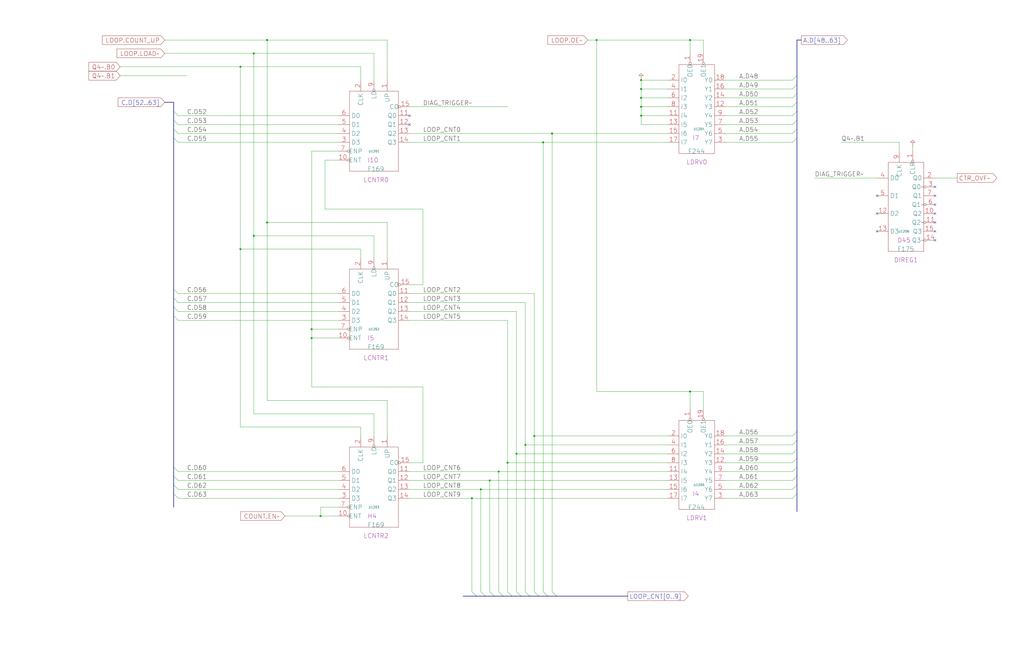
<source format=kicad_sch>
(kicad_sch (version 20250114) (generator "eeschema") (generator_version "9.0")
  (paper "User" 584.2 378.46)
  (title_block (title "COUNTER LOGIC") (date "22-MAR-90") (rev "1.0") (comment 1 "VALUE") (comment 2 "232-003063") (comment 3 "S400") (comment 4 "RELEASED"))
  (lib_symbols
    (symbol "r1000:F169" (pin_names (offset 1.016))
      (property "Reference" "U" (at 2.54 5.08 0))
      (property "Value" "F169" (at -1.27 -5.08 0))
      (property "Location" "___" (at -1.27 0 0))
      (property "Name" "______" (at 3.81 -12.7 0))
      (symbol "F169_1_1"
        (circle (center -12.065 5.08) (radius 0.635))
        (circle (center -12.065 0) (radius 0.635))
        (rectangle (start -11.43 39.37) (end 16.51 -6.35))
        (circle (center 2.54 40.005) (radius 0.635))
        (circle (center 17.145 30.48) (radius 0.635))
        (pin input line (at -17.78 25.4 0) (length 6.35) (name "D0") (number "6"))
        (pin input line (at -17.78 20.32 0) (length 6.35) (name "D1") (number "5"))
        (pin input line (at -17.78 15.24 0) (length 6.35) (name "D2") (number "4"))
        (pin input line (at -17.78 10.16 0) (length 6.35) (name "D3") (number "3"))
        (pin input line (at -17.78 5.08 0) (length 5.08) (name "ENP") (number "7"))
        (pin input line (at -17.78 0 0) (length 5.08) (name "ENT") (number "10"))
        (pin input line (at -5.08 45.72 270) (length 6.35) (name "CLK") (number "2"))
        (pin input line (at 2.54 45.72 270) (length 5.08) (name "LD") (number "9"))
        (pin input line (at 10.16 45.72 270) (length 6.35) (name "UP") (number "1"))
        (pin output line (at 22.86 30.48 180) (length 5.08) (name "CO") (number "15"))
        (pin output line (at 22.86 25.4 180) (length 6.35) (name "Q0") (number "11"))
        (pin output line (at 22.86 20.32 180) (length 6.35) (name "Q1") (number "12"))
        (pin output line (at 22.86 15.24 180) (length 6.35) (name "Q2") (number "13"))
        (pin output line (at 22.86 10.16 180) (length 6.35) (name "Q3") (number "14"))
      )
    )
    (symbol "r1000:F175" (pin_names (offset 1.016))
      (property "Reference" "U" (at 2.54 5.08 0))
      (property "Value" "F175" (at -1.27 -5.08 0))
      (property "Location" "___" (at -1.27 0 0))
      (property "Name" "______" (at 3.81 -12.7 0))
      (symbol "F175_1_1"
        (rectangle (start -6.35 44.45) (end 13.97 -6.35))
        (circle (center 7.62 45.085) (radius 0.635))
        (circle (center 14.605 30.48) (radius 0.635))
        (circle (center 14.605 20.32) (radius 0.635))
        (circle (center 14.605 10.16) (radius 0.635))
        (circle (center 14.605 0) (radius 0.635))
        (pin input line (at -12.7 35.56 0) (length 6.35) (name "D0") (number "4"))
        (pin input line (at -12.7 25.4 0) (length 6.35) (name "D1") (number "5"))
        (pin input line (at -12.7 15.24 0) (length 6.35) (name "D2") (number "12"))
        (pin input line (at -12.7 5.08 0) (length 6.35) (name "D3") (number "13"))
        (pin input line (at 0 50.8 270) (length 6.35) (name "CLK") (number "9"))
        (pin input line (at 7.62 50.8 270) (length 5.08) (name "CLR") (number "1"))
        (pin output line (at 20.32 35.56 180) (length 6.35) (name "Q0") (number "2"))
        (pin output line (at 20.32 30.48 180) (length 5.08) (name "Q0~") (number "3"))
        (pin output line (at 20.32 25.4 180) (length 6.35) (name "Q1") (number "7"))
        (pin output line (at 20.32 20.32 180) (length 5.08) (name "Q1~") (number "6"))
        (pin output line (at 20.32 15.24 180) (length 6.35) (name "Q2") (number "10"))
        (pin output line (at 20.32 10.16 180) (length 5.08) (name "Q2~") (number "11"))
        (pin output line (at 20.32 5.08 180) (length 6.35) (name "Q3") (number "15"))
        (pin output line (at 20.32 0 180) (length 5.08) (name "Q3~") (number "14"))
      )
    )
    (symbol "r1000:F244" (pin_names (offset 1.016))
      (property "Reference" "U" (at 2.54 5.08 0))
      (property "Value" "F244" (at -3.81 -7.62 0))
      (property "Location" "___" (at -1.27 0 0))
      (property "Name" "______" (at 1.27 -15.24 0))
      (symbol "F244_1_1"
        (rectangle (start -8.89 41.91) (end 11.43 -8.89))
        (circle (center -2.54 42.545) (radius 0.635))
        (circle (center 5.08 42.545) (radius 0.635))
        (pin input line (at -15.24 33.02 0) (length 6.35) (name "I0") (number "2"))
        (pin input line (at -15.24 27.94 0) (length 6.35) (name "I1") (number "4"))
        (pin input line (at -15.24 22.86 0) (length 6.35) (name "I2") (number "6"))
        (pin input line (at -15.24 17.78 0) (length 6.35) (name "I3") (number "8"))
        (pin input line (at -15.24 12.7 0) (length 6.35) (name "I4") (number "11"))
        (pin input line (at -15.24 7.62 0) (length 6.35) (name "I5") (number "13"))
        (pin input line (at -15.24 2.54 0) (length 6.35) (name "I6") (number "15"))
        (pin input line (at -15.24 -2.54 0) (length 6.35) (name "I7") (number "17"))
        (pin input line (at -2.54 48.26 270) (length 5.08) (name "OE0") (number "1"))
        (pin input line (at 5.08 48.26 270) (length 5.08) (name "OE1") (number "19"))
        (pin tri_state line (at 17.78 33.02 180) (length 6.35) (name "Y0") (number "18"))
        (pin tri_state line (at 17.78 27.94 180) (length 6.35) (name "Y1") (number "16"))
        (pin tri_state line (at 17.78 22.86 180) (length 6.35) (name "Y2") (number "14"))
        (pin tri_state line (at 17.78 17.78 180) (length 6.35) (name "Y3") (number "12"))
        (pin tri_state line (at 17.78 12.7 180) (length 6.35) (name "Y4") (number "9"))
        (pin tri_state line (at 17.78 7.62 180) (length 6.35) (name "Y5") (number "7"))
        (pin tri_state line (at 17.78 2.54 180) (length 6.35) (name "Y6") (number "5"))
        (pin tri_state line (at 17.78 -2.54 180) (length 6.35) (name "Y7") (number "3"))
      )
    )
    (symbol "r1000:PU" (power) (pin_numbers (hide yes)) (pin_names (hide yes))
      (symbol "PU_0_1"
        (polyline (pts (xy 0 2.54) (xy -1.27 2.54) (xy 0 3.81) (xy 1.27 2.54) (xy 0 2.54)) (stroke (width 0.1524)))
      )
      (symbol "PU_1_1"
        (pin power_in line (at 0 0 90) (length 2.54) (name "PU") (number "1"))
      )
    )
  )
  (junction (at 289.56 264.16))
  (junction (at 365.76 55.88))
  (junction (at 177.8 187.96))
  (junction (at 365.76 60.96))
  (junction (at 182.88 294.64))
  (junction (at 365.76 45.72))
  (junction (at 393.7 223.52))
  (junction (at 284.48 269.24))
  (junction (at 144.78 30.48))
  (junction (at 144.78 134.62))
  (junction (at 340.36 22.86))
  (junction (at 365.76 66.04))
  (junction (at 177.8 193.04))
  (junction (at 294.64 259.08))
  (junction (at 304.8 248.92))
  (junction (at 274.32 279.4))
  (junction (at 269.24 284.48))
  (junction (at 137.16 142.24))
  (junction (at 393.7 22.86))
  (junction (at 299.72 254))
  (junction (at 365.76 50.8))
  (junction (at 309.88 81.28))
  (junction (at 314.96 76.2))
  (junction (at 279.4 274.32))
  (junction (at 152.4 22.86))
  (junction (at 152.4 127))
  (junction (at 137.16 38.1))
  (no_connect (at 533.4 111.76))
  (no_connect (at 500.38 111.76))
  (no_connect (at 533.4 116.84))
  (no_connect (at 533.4 121.92))
  (no_connect (at 533.4 137.16))
  (no_connect (at 533.4 132.08))
  (no_connect (at 533.4 106.68))
  (no_connect (at 500.38 132.08))
  (no_connect (at 500.38 121.92))
  (no_connect (at 533.4 127))
  (no_connect (at 233.68 71.12))
  (no_connect (at 233.68 66.04))
  (bus_entry (at 279.4 337.82) (size 2.54 2.54))
  (bus_entry (at 284.48 337.82) (size 2.54 2.54))
  (bus_entry (at 454.66 256.54) (size -2.54 2.54))
  (bus_entry (at 99.06 170.18) (size 2.54 2.54))
  (bus_entry (at 454.66 266.7) (size -2.54 2.54))
  (bus_entry (at 99.06 266.7) (size 2.54 2.54))
  (bus_entry (at 269.24 337.82) (size 2.54 2.54))
  (bus_entry (at 99.06 180.34) (size 2.54 2.54))
  (bus_entry (at 99.06 175.26) (size 2.54 2.54))
  (bus_entry (at 454.66 43.18) (size -2.54 2.54))
  (bus_entry (at 99.06 73.66) (size 2.54 2.54))
  (bus_entry (at 314.96 337.82) (size 2.54 2.54))
  (bus_entry (at 454.66 53.34) (size -2.54 2.54))
  (bus_entry (at 99.06 78.74) (size 2.54 2.54))
  (bus_entry (at 299.72 337.82) (size 2.54 2.54))
  (bus_entry (at 454.66 276.86) (size -2.54 2.54))
  (bus_entry (at 274.32 337.82) (size 2.54 2.54))
  (bus_entry (at 454.66 68.58) (size -2.54 2.54))
  (bus_entry (at 99.06 271.78) (size 2.54 2.54))
  (bus_entry (at 454.66 78.74) (size -2.54 2.54))
  (bus_entry (at 304.8 337.82) (size 2.54 2.54))
  (bus_entry (at 454.66 63.5) (size -2.54 2.54))
  (bus_entry (at 454.66 251.46) (size -2.54 2.54))
  (bus_entry (at 454.66 58.42) (size -2.54 2.54))
  (bus_entry (at 99.06 68.58) (size 2.54 2.54))
  (bus_entry (at 454.66 246.38) (size -2.54 2.54))
  (bus_entry (at 99.06 276.86) (size 2.54 2.54))
  (bus_entry (at 454.66 271.78) (size -2.54 2.54))
  (bus_entry (at 294.64 337.82) (size 2.54 2.54))
  (bus_entry (at 454.66 281.94) (size -2.54 2.54))
  (bus_entry (at 454.66 261.62) (size -2.54 2.54))
  (bus_entry (at 454.66 48.26) (size -2.54 2.54))
  (bus_entry (at 99.06 281.94) (size 2.54 2.54))
  (bus_entry (at 99.06 165.1) (size 2.54 2.54))
  (bus_entry (at 454.66 73.66) (size -2.54 2.54))
  (bus_entry (at 289.56 337.82) (size 2.54 2.54))
  (bus_entry (at 99.06 63.5) (size 2.54 2.54))
  (bus_entry (at 309.88 337.82) (size 2.54 2.54))
  (wire (pts (xy 365.76 50.8) (xy 365.76 45.72)))
  (wire (pts (xy 241.3 220.98) (xy 177.8 220.98)))
  (wire (pts (xy 177.8 86.36) (xy 193.04 86.36)))
  (wire (pts (xy 233.68 284.48) (xy 269.24 284.48)))
  (bus (pts (xy 454.66 246.38) (xy 454.66 251.46)))
  (wire (pts (xy 289.56 264.16) (xy 381 264.16)))
  (wire (pts (xy 152.4 127) (xy 152.4 22.86)))
  (wire (pts (xy 101.6 66.04) (xy 193.04 66.04)))
  (wire (pts (xy 269.24 284.48) (xy 269.24 337.82)))
  (bus (pts (xy 312.42 340.36) (xy 317.5 340.36)))
  (wire (pts (xy 381 71.12) (xy 365.76 71.12)))
  (wire (pts (xy 393.7 22.86) (xy 393.7 30.48)))
  (wire (pts (xy 365.76 60.96) (xy 365.76 55.88)))
  (wire (pts (xy 414.02 279.4) (xy 452.12 279.4)))
  (wire (pts (xy 314.96 76.2) (xy 314.96 337.82)))
  (wire (pts (xy 233.68 81.28) (xy 309.88 81.28)))
  (wire (pts (xy 414.02 284.48) (xy 452.12 284.48)))
  (wire (pts (xy 414.02 55.88) (xy 452.12 55.88)))
  (wire (pts (xy 314.96 76.2) (xy 381 76.2)))
  (wire (pts (xy 213.36 30.48) (xy 213.36 45.72)))
  (bus (pts (xy 454.66 48.26) (xy 454.66 53.34)))
  (wire (pts (xy 220.98 147.32) (xy 220.98 127)))
  (wire (pts (xy 144.78 236.22) (xy 144.78 134.62)))
  (bus (pts (xy 454.66 58.42) (xy 454.66 63.5)))
  (wire (pts (xy 520.7 83.82) (xy 520.7 86.36)))
  (wire (pts (xy 185.42 119.38) (xy 241.3 119.38)))
  (wire (pts (xy 289.56 182.88) (xy 289.56 264.16)))
  (bus (pts (xy 99.06 73.66) (xy 99.06 78.74)))
  (wire (pts (xy 177.8 187.96) (xy 177.8 86.36)))
  (bus (pts (xy 302.26 340.36) (xy 307.34 340.36)))
  (wire (pts (xy 144.78 30.48) (xy 213.36 30.48)))
  (wire (pts (xy 205.74 147.32) (xy 205.74 142.24)))
  (wire (pts (xy 213.36 147.32) (xy 213.36 134.62)))
  (wire (pts (xy 533.4 101.6) (xy 546.1 101.6)))
  (wire (pts (xy 233.68 264.16) (xy 241.3 264.16)))
  (bus (pts (xy 454.66 63.5) (xy 454.66 68.58)))
  (bus (pts (xy 307.34 340.36) (xy 312.42 340.36)))
  (bus (pts (xy 99.06 271.78) (xy 99.06 276.86)))
  (bus (pts (xy 99.06 281.94) (xy 99.06 289.56)))
  (wire (pts (xy 233.68 167.64) (xy 304.8 167.64)))
  (bus (pts (xy 281.94 340.36) (xy 287.02 340.36)))
  (wire (pts (xy 101.6 76.2) (xy 193.04 76.2)))
  (bus (pts (xy 292.1 340.36) (xy 297.18 340.36)))
  (bus (pts (xy 454.66 271.78) (xy 454.66 276.86)))
  (bus (pts (xy 454.66 22.86) (xy 457.2 22.86)))
  (wire (pts (xy 365.76 55.88) (xy 381 55.88)))
  (wire (pts (xy 93.98 30.48) (xy 144.78 30.48)))
  (bus (pts (xy 454.66 22.86) (xy 454.66 43.18)))
  (bus (pts (xy 99.06 276.86) (xy 99.06 281.94)))
  (bus (pts (xy 454.66 78.74) (xy 454.66 246.38)))
  (bus (pts (xy 271.78 340.36) (xy 276.86 340.36)))
  (wire (pts (xy 68.58 43.18) (xy 106.68 43.18)))
  (wire (pts (xy 414.02 259.08) (xy 452.12 259.08)))
  (wire (pts (xy 162.56 294.64) (xy 182.88 294.64)))
  (wire (pts (xy 220.98 248.92) (xy 220.98 228.6)))
  (bus (pts (xy 454.66 276.86) (xy 454.66 281.94)))
  (wire (pts (xy 233.68 269.24) (xy 284.48 269.24)))
  (wire (pts (xy 177.8 220.98) (xy 177.8 193.04)))
  (wire (pts (xy 340.36 223.52) (xy 393.7 223.52)))
  (bus (pts (xy 454.66 251.46) (xy 454.66 256.54)))
  (wire (pts (xy 152.4 22.86) (xy 220.98 22.86)))
  (bus (pts (xy 287.02 340.36) (xy 292.1 340.36)))
  (wire (pts (xy 414.02 274.32) (xy 452.12 274.32)))
  (wire (pts (xy 177.8 187.96) (xy 193.04 187.96)))
  (wire (pts (xy 309.88 81.28) (xy 381 81.28)))
  (wire (pts (xy 101.6 167.64) (xy 193.04 167.64)))
  (wire (pts (xy 152.4 127) (xy 220.98 127)))
  (wire (pts (xy 294.64 259.08) (xy 294.64 177.8)))
  (wire (pts (xy 304.8 248.92) (xy 381 248.92)))
  (wire (pts (xy 274.32 279.4) (xy 274.32 337.82)))
  (wire (pts (xy 393.7 22.86) (xy 401.32 22.86)))
  (bus (pts (xy 454.66 68.58) (xy 454.66 73.66)))
  (bus (pts (xy 99.06 63.5) (xy 99.06 68.58)))
  (wire (pts (xy 340.36 22.86) (xy 393.7 22.86)))
  (bus (pts (xy 99.06 266.7) (xy 99.06 271.78)))
  (wire (pts (xy 233.68 76.2) (xy 314.96 76.2)))
  (wire (pts (xy 144.78 134.62) (xy 144.78 30.48)))
  (wire (pts (xy 294.64 259.08) (xy 381 259.08)))
  (wire (pts (xy 401.32 22.86) (xy 401.32 30.48)))
  (wire (pts (xy 182.88 294.64) (xy 193.04 294.64)))
  (wire (pts (xy 274.32 279.4) (xy 381 279.4)))
  (wire (pts (xy 365.76 60.96) (xy 381 60.96)))
  (wire (pts (xy 414.02 71.12) (xy 452.12 71.12)))
  (wire (pts (xy 365.76 55.88) (xy 365.76 50.8)))
  (bus (pts (xy 454.66 53.34) (xy 454.66 58.42)))
  (wire (pts (xy 284.48 269.24) (xy 381 269.24)))
  (wire (pts (xy 233.68 172.72) (xy 299.72 172.72)))
  (bus (pts (xy 454.66 266.7) (xy 454.66 271.78)))
  (wire (pts (xy 205.74 243.84) (xy 137.16 243.84)))
  (wire (pts (xy 213.36 236.22) (xy 144.78 236.22)))
  (wire (pts (xy 137.16 38.1) (xy 205.74 38.1)))
  (wire (pts (xy 241.3 264.16) (xy 241.3 220.98)))
  (wire (pts (xy 177.8 193.04) (xy 193.04 193.04)))
  (wire (pts (xy 213.36 248.92) (xy 213.36 236.22)))
  (wire (pts (xy 241.3 162.56) (xy 233.68 162.56)))
  (wire (pts (xy 101.6 274.32) (xy 193.04 274.32)))
  (bus (pts (xy 99.06 170.18) (xy 99.06 175.26)))
  (wire (pts (xy 182.88 289.56) (xy 182.88 294.64)))
  (wire (pts (xy 365.76 71.12) (xy 365.76 66.04)))
  (wire (pts (xy 177.8 193.04) (xy 177.8 187.96)))
  (wire (pts (xy 101.6 279.4) (xy 193.04 279.4)))
  (bus (pts (xy 99.06 175.26) (xy 99.06 180.34)))
  (wire (pts (xy 137.16 243.84) (xy 137.16 142.24)))
  (wire (pts (xy 193.04 289.56) (xy 182.88 289.56)))
  (bus (pts (xy 454.66 73.66) (xy 454.66 78.74)))
  (bus (pts (xy 99.06 78.74) (xy 99.06 165.1)))
  (wire (pts (xy 185.42 91.44) (xy 185.42 119.38)))
  (wire (pts (xy 101.6 71.12) (xy 193.04 71.12)))
  (wire (pts (xy 414.02 50.8) (xy 452.12 50.8)))
  (wire (pts (xy 284.48 269.24) (xy 284.48 337.82)))
  (wire (pts (xy 414.02 45.72) (xy 452.12 45.72)))
  (wire (pts (xy 233.68 274.32) (xy 279.4 274.32)))
  (wire (pts (xy 101.6 172.72) (xy 193.04 172.72)))
  (bus (pts (xy 454.66 261.62) (xy 454.66 266.7)))
  (bus (pts (xy 454.66 256.54) (xy 454.66 261.62)))
  (wire (pts (xy 220.98 228.6) (xy 152.4 228.6)))
  (wire (pts (xy 101.6 81.28) (xy 193.04 81.28)))
  (bus (pts (xy 454.66 43.18) (xy 454.66 48.26)))
  (wire (pts (xy 205.74 248.92) (xy 205.74 243.84)))
  (wire (pts (xy 414.02 81.28) (xy 452.12 81.28)))
  (wire (pts (xy 365.76 66.04) (xy 381 66.04)))
  (wire (pts (xy 401.32 223.52) (xy 401.32 233.68)))
  (wire (pts (xy 414.02 269.24) (xy 452.12 269.24)))
  (wire (pts (xy 365.76 66.04) (xy 365.76 60.96)))
  (wire (pts (xy 414.02 60.96) (xy 452.12 60.96)))
  (wire (pts (xy 101.6 182.88) (xy 193.04 182.88)))
  (wire (pts (xy 241.3 119.38) (xy 241.3 162.56)))
  (wire (pts (xy 289.56 337.82) (xy 289.56 264.16)))
  (wire (pts (xy 193.04 91.44) (xy 185.42 91.44)))
  (wire (pts (xy 101.6 269.24) (xy 193.04 269.24)))
  (wire (pts (xy 279.4 274.32) (xy 279.4 337.82)))
  (bus (pts (xy 454.66 281.94) (xy 454.66 292.1)))
  (wire (pts (xy 414.02 264.16) (xy 452.12 264.16)))
  (wire (pts (xy 414.02 66.04) (xy 452.12 66.04)))
  (bus (pts (xy 93.98 58.42) (xy 99.06 58.42)))
  (wire (pts (xy 279.4 274.32) (xy 381 274.32)))
  (wire (pts (xy 68.58 38.1) (xy 137.16 38.1)))
  (wire (pts (xy 220.98 22.86) (xy 220.98 45.72)))
  (wire (pts (xy 93.98 22.86) (xy 152.4 22.86)))
  (wire (pts (xy 152.4 228.6) (xy 152.4 127)))
  (wire (pts (xy 101.6 284.48) (xy 193.04 284.48)))
  (wire (pts (xy 464.82 101.6) (xy 500.38 101.6)))
  (wire (pts (xy 101.6 177.8) (xy 193.04 177.8)))
  (wire (pts (xy 513.08 81.28) (xy 513.08 86.36)))
  (wire (pts (xy 137.16 142.24) (xy 137.16 38.1)))
  (wire (pts (xy 294.64 337.82) (xy 294.64 259.08)))
  (wire (pts (xy 233.68 182.88) (xy 289.56 182.88)))
  (wire (pts (xy 365.76 45.72) (xy 381 45.72)))
  (bus (pts (xy 297.18 340.36) (xy 302.26 340.36)))
  (wire (pts (xy 414.02 254) (xy 452.12 254)))
  (bus (pts (xy 276.86 340.36) (xy 281.94 340.36)))
  (bus (pts (xy 99.06 165.1) (xy 99.06 170.18)))
  (wire (pts (xy 309.88 81.28) (xy 309.88 337.82)))
  (wire (pts (xy 299.72 337.82) (xy 299.72 254)))
  (wire (pts (xy 299.72 172.72) (xy 299.72 254)))
  (wire (pts (xy 269.24 284.48) (xy 381 284.48)))
  (wire (pts (xy 304.8 337.82) (xy 304.8 248.92)))
  (bus (pts (xy 264.16 340.36) (xy 271.78 340.36)))
  (wire (pts (xy 233.68 279.4) (xy 274.32 279.4)))
  (wire (pts (xy 414.02 248.92) (xy 452.12 248.92)))
  (wire (pts (xy 393.7 223.52) (xy 393.7 233.68)))
  (wire (pts (xy 414.02 76.2) (xy 452.12 76.2)))
  (wire (pts (xy 294.64 177.8) (xy 233.68 177.8)))
  (bus (pts (xy 99.06 180.34) (xy 99.06 266.7)))
  (wire (pts (xy 393.7 223.52) (xy 401.32 223.52)))
  (wire (pts (xy 480.06 81.28) (xy 513.08 81.28)))
  (wire (pts (xy 233.68 60.96) (xy 289.56 60.96)))
  (wire (pts (xy 299.72 254) (xy 381 254)))
  (bus (pts (xy 99.06 58.42) (xy 99.06 63.5)))
  (wire (pts (xy 304.8 167.64) (xy 304.8 248.92)))
  (wire (pts (xy 205.74 38.1) (xy 205.74 45.72)))
  (bus (pts (xy 99.06 68.58) (xy 99.06 73.66)))
  (wire (pts (xy 144.78 134.62) (xy 213.36 134.62)))
  (wire (pts (xy 137.16 142.24) (xy 205.74 142.24)))
  (wire (pts (xy 340.36 22.86) (xy 340.36 223.52)))
  (wire (pts (xy 335.28 22.86) (xy 340.36 22.86)))
  (bus (pts (xy 317.5 340.36) (xy 358.14 340.36)))
  (wire (pts (xy 365.76 50.8) (xy 381 50.8)))
  (label "C.D59" (at 106.68 182.88 0) (effects (font (size 2.54 2.54))))
  (label "LOOP_CNT2" (at 241.3 167.64 0) (effects (font (size 2.54 2.54))))
  (label "A.D48" (at 421.64 45.72 0) (effects (font (size 2.54 2.54))))
  (label "C.D61" (at 106.68 274.32 0) (effects (font (size 2.54 2.54))))
  (label "A.D57" (at 421.64 254 0) (effects (font (size 2.54 2.54))))
  (label "C.D56" (at 106.68 167.64 0) (effects (font (size 2.54 2.54))))
  (label "LOOP_CNT7" (at 241.3 274.32 0) (effects (font (size 2.54 2.54))))
  (label "C.D60" (at 106.68 269.24 0) (effects (font (size 2.54 2.54))))
  (label "LOOP_CNT9" (at 241.3 284.48 0) (effects (font (size 2.54 2.54))))
  (label "A.D49" (at 421.64 50.8 0) (effects (font (size 2.54 2.54))))
  (label "C.D63" (at 106.68 284.48 0) (effects (font (size 2.54 2.54))))
  (label "DIAG_TRIGGER~" (at 241.3 60.96 0) (effects (font (size 2.54 2.54))))
  (label "A.D51" (at 421.64 60.96 0) (effects (font (size 2.54 2.54))))
  (label "C.D55" (at 106.68 81.28 0) (effects (font (size 2.54 2.54))))
  (label "C.D58" (at 106.68 177.8 0) (effects (font (size 2.54 2.54))))
  (label "DIAG_TRIGGER~" (at 464.82 101.6 0) (effects (font (size 2.54 2.54))))
  (label "C.D52" (at 106.68 66.04 0) (effects (font (size 2.54 2.54))))
  (label "Q4~.B1" (at 480.06 81.28 0) (effects (font (size 2.54 2.54))))
  (label "C.D62" (at 106.68 279.4 0) (effects (font (size 2.54 2.54))))
  (label "A.D56" (at 421.64 248.92 0) (effects (font (size 2.54 2.54))))
  (label "LOOP_CNT0" (at 241.3 76.2 0) (effects (font (size 2.54 2.54))))
  (label "C.D57" (at 106.68 172.72 0) (effects (font (size 2.54 2.54))))
  (label "A.D53" (at 421.64 71.12 0) (effects (font (size 2.54 2.54))))
  (label "A.D59" (at 421.64 264.16 0) (effects (font (size 2.54 2.54))))
  (label "LOOP_CNT6" (at 241.3 269.24 0) (effects (font (size 2.54 2.54))))
  (label "LOOP_CNT5" (at 241.3 182.88 0) (effects (font (size 2.54 2.54))))
  (label "A.D62" (at 421.64 279.4 0) (effects (font (size 2.54 2.54))))
  (label "A.D54" (at 421.64 76.2 0) (effects (font (size 2.54 2.54))))
  (label "LOOP_CNT4" (at 241.3 177.8 0) (effects (font (size 2.54 2.54))))
  (label "A.D63" (at 421.64 284.48 0) (effects (font (size 2.54 2.54))))
  (label "C.D53" (at 106.68 71.12 0) (effects (font (size 2.54 2.54))))
  (label "LOOP_CNT1" (at 241.3 81.28 0) (effects (font (size 2.54 2.54))))
  (label "A.D52" (at 421.64 66.04 0) (effects (font (size 2.54 2.54))))
  (label "A.D61" (at 421.64 274.32 0) (effects (font (size 2.54 2.54))))
  (label "LOOP_CNT3" (at 241.3 172.72 0) (effects (font (size 2.54 2.54))))
  (label "C.D54" (at 106.68 76.2 0) (effects (font (size 2.54 2.54))))
  (label "A.D55" (at 421.64 81.28 0) (effects (font (size 2.54 2.54))))
  (label "LOOP_CNT8" (at 241.3 279.4 0) (effects (font (size 2.54 2.54))))
  (label "A.D58" (at 421.64 259.08 0) (effects (font (size 2.54 2.54))))
  (label "A.D50" (at 421.64 55.88 0) (effects (font (size 2.54 2.54))))
  (label "A.D60" (at 421.64 269.24 0) (effects (font (size 2.54 2.54))))
  (global_label "LOOP.OE~" (shape input) (at 335.28 22.86 180) (effects (font (size 2.54 2.54))) (property "Intersheetrefs" "${INTERSHEET_REFS}" (at 312.553 22.7013 0) (effects (font (size 1.905 1.905)) (justify right))))
  (global_label "LOOP.COUNT_UP" (shape input) (at 93.98 22.86 180) (effects (font (size 2.54 2.54))) (property "Intersheetrefs" "${INTERSHEET_REFS}" (at 58.4321 22.7013 0) (effects (font (size 1.905 1.905)) (justify right))))
  (global_label "Q4~.B0" (shape input) (at 68.58 38.1 180) (effects (font (size 2.54 2.54))) (property "Intersheetrefs" "${INTERSHEET_REFS}" (at 50.6911 37.9413 0) (effects (font (size 1.905 1.905)) (justify right))))
  (global_label "A.D[48..63]" (shape output) (at 457.2 22.86 0) (effects (font (size 2.54 2.54))) (property "Intersheetrefs" "${INTERSHEET_REFS}" (at 483.4346 22.7013 0) (effects (font (size 1.905 1.905)) (justify left))))
  (global_label "C.D[52..63]" (shape input) (at 93.98 58.42 180) (effects (font (size 2.54 2.54))) (property "Intersheetrefs" "${INTERSHEET_REFS}" (at 67.3826 58.2613 0) (effects (font (size 1.905 1.905)) (justify right))))
  (global_label "Q4~.B1" (shape input) (at 68.58 43.18 180) (effects (font (size 2.54 2.54))) (property "Intersheetrefs" "${INTERSHEET_REFS}" (at 50.6911 43.0213 0) (effects (font (size 1.905 1.905)) (justify right))))
  (global_label "COUNT.EN~" (shape input) (at 162.56 294.64 180) (effects (font (size 2.54 2.54))) (property "Intersheetrefs" "${INTERSHEET_REFS}" (at 137.293 294.4813 0) (effects (font (size 1.905 1.905)) (justify right))))
  (global_label "LOOP_CNT[0..9]" (shape output) (at 358.14 340.36 0) (effects (font (size 2.54 2.54))) (property "Intersheetrefs" "${INTERSHEET_REFS}" (at 392.5993 340.2013 0) (effects (font (size 1.905 1.905)) (justify left))))
  (global_label "CTR_OVF~" (shape output) (at 546.1 101.6 0) (effects (font (size 2.54 2.54))) (property "Intersheetrefs" "${INTERSHEET_REFS}" (at 568.706 101.4413 0) (effects (font (size 1.905 1.905)) (justify left))))
  (global_label "LOOP.LOAD~" (shape input) (at 93.98 30.48 180) (effects (font (size 2.54 2.54))) (property "Intersheetrefs" "${INTERSHEET_REFS}" (at 66.7778 30.3213 0) (effects (font (size 1.905 1.905)) (justify right))))
  (symbol (lib_id "r1000:F169") (at 210.82 294.64 0) (unit 1)
    (property "Reference" "U1203" (at 213.36 289.56 0))
    (property "Value" "F169" (at 209.55 299.72 0) (effects (font (size 2.54 2.54)) (justify left)))
    (property "Location" "H4" (at 209.55 294.64 0) (effects (font (size 2.54 2.54)) (justify left)))
    (property "Name" "LCNTR2" (at 214.63 307.34 0) (effects (font (size 2.54 2.54)) (justify bottom)))
  )
  (symbol (lib_id "r1000:PU") (at 365.76 45.72 0) (unit 1)
    (property "Reference" "#PWR01201" (effects (hide yes)))
    (property "Value" "PU" (effects (hide yes)))
  )
  (symbol (lib_id "r1000:F169") (at 210.82 193.04 0) (unit 1)
    (property "Reference" "U1202" (at 213.36 187.96 0))
    (property "Value" "F169" (at 209.55 198.12 0) (effects (font (size 2.54 2.54)) (justify left)))
    (property "Location" "I5" (at 209.55 193.04 0) (effects (font (size 2.54 2.54)) (justify left)))
    (property "Name" "LCNTR1" (at 214.63 205.74 0) (effects (font (size 2.54 2.54)) (justify bottom)))
  )
  (symbol (lib_id "r1000:F175") (at 513.08 137.16 0) (unit 1)
    (property "Reference" "U1206" (at 515.62 132.08 0))
    (property "Value" "F175" (at 511.81 142.24 0) (effects (font (size 2.54 2.54)) (justify left)))
    (property "Location" "D45" (at 511.81 137.16 0) (effects (font (size 2.54 2.54)) (justify left)))
    (property "Name" "DIREG1" (at 516.89 149.86 0) (effects (font (size 2.54 2.54)) (justify bottom)))
  )
  (symbol (lib_id "r1000:F244") (at 396.24 78.74 0) (unit 1)
    (property "Reference" "U1204" (at 398.78 73.66 0))
    (property "Value" "F244" (at 392.43 86.36 0) (effects (font (size 2.54 2.54)) (justify left)))
    (property "Location" "I7" (at 394.97 78.74 0) (effects (font (size 2.54 2.54)) (justify left)))
    (property "Name" "LDRV0" (at 397.51 93.98 0) (effects (font (size 2.54 2.54)) (justify bottom)))
  )
  (symbol (lib_id "r1000:PU") (at 520.7 83.82 0) (unit 1)
    (property "Reference" "#PWR01202" (effects (hide yes)))
    (property "Value" "PU" (effects (hide yes)))
  )
  (symbol (lib_id "r1000:F169") (at 210.82 91.44 0) (unit 1)
    (property "Reference" "U1201" (at 213.36 86.36 0))
    (property "Value" "F169" (at 209.55 96.52 0) (effects (font (size 2.54 2.54)) (justify left)))
    (property "Location" "I10" (at 209.55 91.44 0) (effects (font (size 2.54 2.54)) (justify left)))
    (property "Name" "LCNTR0" (at 214.63 104.14 0) (effects (font (size 2.54 2.54)) (justify bottom)))
  )
  (symbol (lib_id "r1000:F244") (at 396.24 281.94 0) (unit 1)
    (property "Reference" "U1205" (at 398.78 276.86 0))
    (property "Value" "F244" (at 392.43 289.56 0) (effects (font (size 2.54 2.54)) (justify left)))
    (property "Location" "I4" (at 394.97 281.94 0) (effects (font (size 2.54 2.54)) (justify left)))
    (property "Name" "LDRV1" (at 397.51 297.18 0) (effects (font (size 2.54 2.54)) (justify bottom)))
  )
)
</source>
